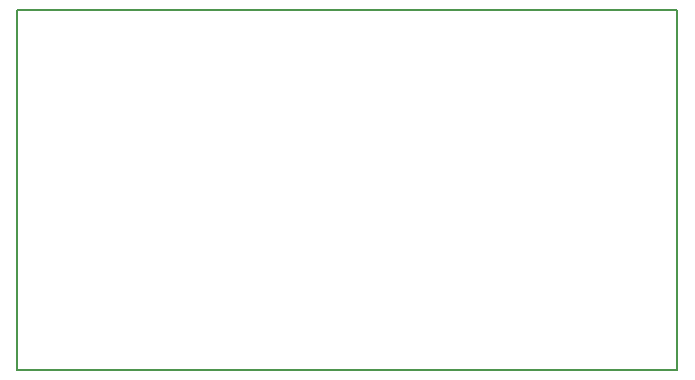
<source format=gbr>
G04 #@! TF.GenerationSoftware,KiCad,Pcbnew,(5.0.2-5-10.14)*
G04 #@! TF.CreationDate,2019-03-09T13:51:56-08:00*
G04 #@! TF.ProjectId,sunclock,73756e63-6c6f-4636-9b2e-6b696361645f,rev?*
G04 #@! TF.SameCoordinates,Original*
G04 #@! TF.FileFunction,Profile,NP*
%FSLAX46Y46*%
G04 Gerber Fmt 4.6, Leading zero omitted, Abs format (unit mm)*
G04 Created by KiCad (PCBNEW (5.0.2-5-10.14)) date Saturday, March 09, 2019 at 01:51:56 PM*
%MOMM*%
%LPD*%
G01*
G04 APERTURE LIST*
%ADD10C,0.150000*%
G04 APERTURE END LIST*
D10*
X104140000Y-106680000D02*
X104140000Y-76200000D01*
X160020000Y-106680000D02*
X104140000Y-106680000D01*
X160020000Y-76200000D02*
X160020000Y-106680000D01*
X104140000Y-76200000D02*
X160020000Y-76200000D01*
M02*

</source>
